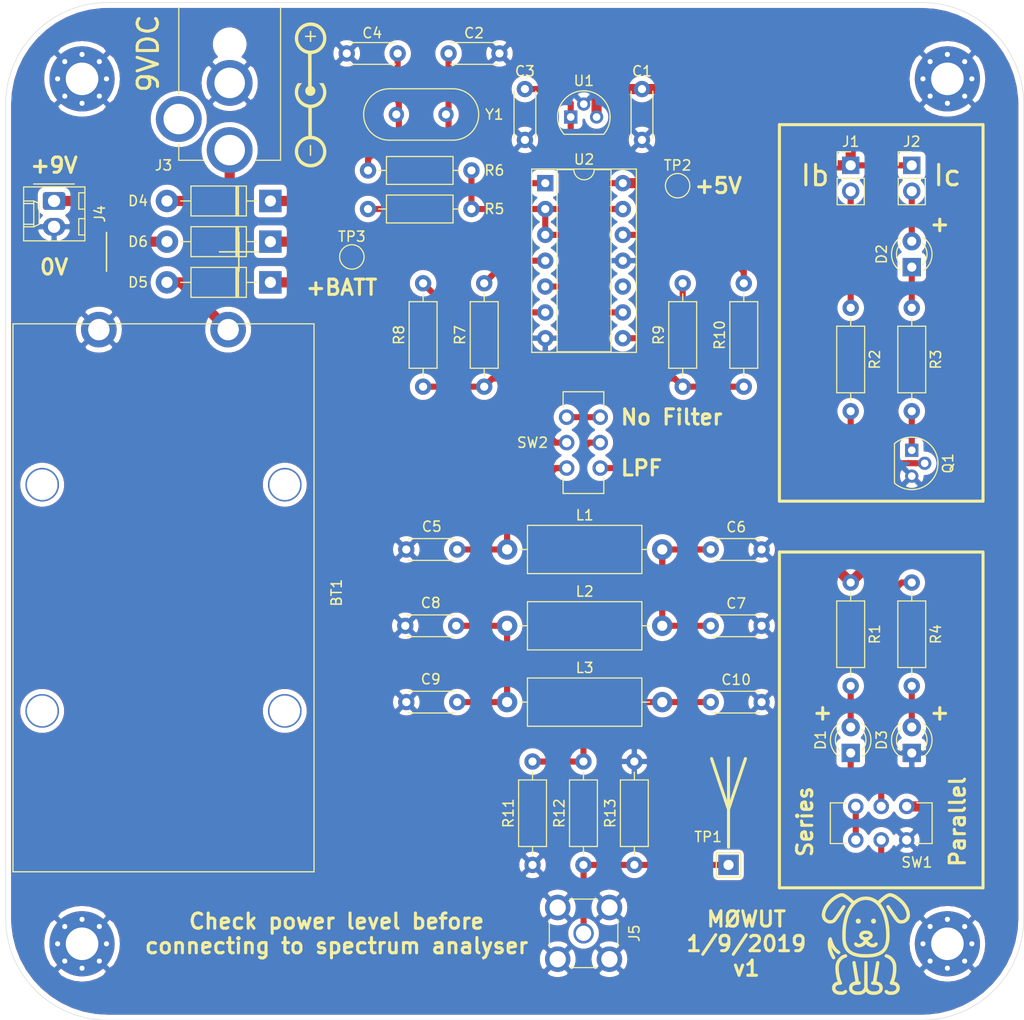
<source format=kicad_pcb>
(kicad_pcb (version 20171130) (host pcbnew "(5.1.0)-1")
  (layers (0 F.Cu signal) (31 B.Cu signal) (34 B.Paste user) (35 F.Paste user) (36 B.SilkS user) (37 F.SilkS user) (38 B.Mask user) (39 F.Mask user) (44 Edge.Cuts user))
  (net 0 "")
  (net 1 GND)
  (net 2 +BATT)
  (net 3 "Net-(C2-Pad1)")
  (net 4 +5V)
  (net 5 "Net-(C4-Pad1)")
  (net 6 "Net-(C5-Pad1)")
  (net 7 "Net-(C6-Pad1)")
  (net 8 "Net-(C8-Pad1)")
  (net 9 "Net-(C10-Pad1)")
  (net 10 "Net-(D1-Pad2)")
  (net 11 "Net-(D1-Pad1)")
  (net 12 "Net-(D2-Pad2)")
  (net 13 "Net-(D2-Pad1)")
  (net 14 "Net-(D3-Pad2)")
  (net 15 "Net-(J1-Pad2)")
  (net 16 "Net-(J5-Pad1)")
  (net 17 "Net-(Q1-Pad1)")
  (net 18 "Net-(Q1-Pad2)")
  (net 19 "Net-(R4-Pad1)")
  (net 20 "Net-(R5-Pad1)")
  (net 21 "Net-(R7-Pad2)")
  (net 22 "Net-(R10-Pad1)")
  (net 23 "Net-(R8-Pad2)")
  (net 24 "Net-(R9-Pad2)")
  (net 25 "Net-(R10-Pad2)")
  (net 26 "Net-(SW1-Pad1)")
  (net 27 "Net-(SW2-Pad1)")
  (net 28 "Net-(U2-Pad10)")
  (net 29 "Net-(R11-Pad2)")
  (net 30 "Net-(BT1-Pad1)")
  (net 31 "Net-(D4-Pad2)")
  (net 32 "Net-(D6-Pad2)")
  (module Resistor_THT:R_Axial_DIN0207_L6.3mm_D2.5mm_P10.16mm_Horizontal (layer F.Cu) (at 169 102 270)
    (fp_text reference R4 (at 5.08 -2.37 270) (layer F.SilkS))
    (fp_text value 680R)
    (pad 2 thru_hole oval (at 10.16 0 270) (size 1.6 1.6) (drill 0.8) (layers *.Cu *.Mask) (net 14 "Net-(D3-Pad2)"))
    (pad 1 thru_hole circle (at 0 0 270) (size 1.6 1.6) (drill 0.8) (layers *.Cu *.Mask) (net 19 "Net-(R4-Pad1)"))
  )
  (module LED_THT:LED_D3.0mm (layer F.Cu) (at 169 118.75 90)
    (fp_text reference D3 (at 1.27 -2.96 90) (layer F.SilkS))
    (fp_text value HLMP-1521)
    (pad 2 thru_hole circle (at 2.54 0 90) (size 1.8 1.8) (drill 0.9) (layers *.Cu *.Mask) (net 14 "Net-(D3-Pad2)"))
    (pad 1 thru_hole rect (at 0 0 90) (size 1.8 1.8) (drill 0.9) (layers *.Cu *.Mask) (net 1 GND))
  )
  (module LED_THT:LED_D3.0mm (layer F.Cu) (at 163 118.75 90)
    (fp_text reference D1 (at 1.27 -2.96 90) (layer F.SilkS))
    (fp_text value HLMP-1521)
    (pad 2 thru_hole circle (at 2.54 0 90) (size 1.8 1.8) (drill 0.9) (layers *.Cu *.Mask) (net 10 "Net-(D1-Pad2)"))
    (pad 1 thru_hole rect (at 0 0 90) (size 1.8 1.8) (drill 0.9) (layers *.Cu *.Mask) (net 11 "Net-(D1-Pad1)"))
  )
  (module Package_TO_SOT_THT:TO-92L (layer F.Cu) (at 135.5 56.25)
    (fp_text reference U1 (at 1.29 -3.56) (layer F.SilkS))
    (fp_text value L78L05_TO92)
    (pad 1 thru_hole rect (at 0 0 90) (size 1.3 1.3) (drill 0.75) (layers *.Cu *.Mask) (net 4 +5V))
    (pad 3 thru_hole circle (at 2.54 0 90) (size 1.3 1.3) (drill 0.75) (layers *.Cu *.Mask) (net 2 +BATT))
    (pad 2 thru_hole circle (at 1.28 -1.27 90) (size 1.3 1.3) (drill 0.75) (layers *.Cu *.Mask) (net 1 GND))
  )
  (module Package_TO_SOT_THT:TO-92L (layer F.Cu) (at 169 89 270)
    (fp_text reference Q1 (at 1.29 -3.56 270) (layer F.SilkS))
    (fp_text value BC547CBU)
    (pad 1 thru_hole rect (at 0 0) (size 1.3 1.3) (drill 0.75) (layers *.Cu *.Mask) (net 17 "Net-(Q1-Pad1)"))
    (pad 3 thru_hole circle (at 2.54 0) (size 1.3 1.3) (drill 0.75) (layers *.Cu *.Mask) (net 1 GND))
    (pad 2 thru_hole circle (at 1.28 -1.27) (size 1.3 1.3) (drill 0.75) (layers *.Cu *.Mask) (net 18 "Net-(Q1-Pad2)"))
  )
  (module TestPoint:TestPoint_Pad_D2.0mm (layer F.Cu) (at 114 70)
    (fp_text reference TP3 (at 0 -1.998) (layer F.SilkS))
    (fp_text value TestPoint)
    (pad 1 smd circle (at 0 0) (size 2 2) (layers F.Cu F.Mask) (net 2 +BATT))
  )
  (module TestPoint:TestPoint_Pad_D2.0mm (layer F.Cu) (at 146 63)
    (fp_text reference TP2 (at 0 -1.998) (layer F.SilkS))
    (fp_text value TestPoint)
    (pad 1 smd circle (at 0 0) (size 2 2) (layers F.Cu F.Mask) (net 4 +5V))
  )
  (module Misc_WUT:Barrel_Polarity (layer F.Cu) (at 110 54 90)
    (fp_text reference M1 hide)
    (fp_text value Barrel_Polarity)
  )
  (module Diode_THT:D_DO-41_SOD81_P10.16mm_Horizontal (layer F.Cu) (at 106 68.5 180)
    (fp_text reference D6 (at 13 0 180) (layer F.SilkS))
    (fp_text value 1N5818)
    (pad 2 thru_hole oval (at 10.16 0 180) (size 2.2 2.2) (drill 1.1) (layers *.Cu *.Mask) (net 32 "Net-(D6-Pad2)"))
    (pad 1 thru_hole rect (at 0 0 180) (size 2.2 2.2) (drill 1.1) (layers *.Cu *.Mask) (net 2 +BATT))
  )
  (module Diode_THT:D_DO-41_SOD81_P10.16mm_Horizontal (layer F.Cu) (at 106 72.5 180)
    (fp_text reference D5 (at 13 0 180) (layer F.SilkS))
    (fp_text value 1N5818)
    (pad 2 thru_hole oval (at 10.16 0 180) (size 2.2 2.2) (drill 1.1) (layers *.Cu *.Mask) (net 30 "Net-(BT1-Pad1)"))
    (pad 1 thru_hole rect (at 0 0 180) (size 2.2 2.2) (drill 1.1) (layers *.Cu *.Mask) (net 2 +BATT))
  )
  (module Diode_THT:D_DO-41_SOD81_P10.16mm_Horizontal (layer F.Cu) (at 106 64.5 180)
    (fp_text reference D4 (at 13 0 180) (layer F.SilkS))
    (fp_text value 1N5818)
    (pad 2 thru_hole oval (at 10.16 0 180) (size 2.2 2.2) (drill 1.1) (layers *.Cu *.Mask) (net 31 "Net-(D4-Pad2)"))
    (pad 1 thru_hole rect (at 0 0 180) (size 2.2 2.2) (drill 1.1) (layers *.Cu *.Mask) (net 2 +BATT))
  )
  (module Capacitor_THT:C_Disc_D4.3mm_W1.9mm_P5.00mm (layer F.Cu) (at 149.25 113.75)
    (fp_text reference C10 (at 2.5 -2.2) (layer F.SilkS))
    (fp_text value 680p)
    (pad 2 thru_hole circle (at 5 0) (size 1.6 1.6) (drill 0.8) (layers *.Cu *.Mask) (net 1 GND))
    (pad 1 thru_hole circle (at 0 0) (size 1.6 1.6) (drill 0.8) (layers *.Cu *.Mask) (net 9 "Net-(C10-Pad1)"))
  )
  (module Capacitor_THT:C_Disc_D4.3mm_W1.9mm_P5.00mm (layer F.Cu) (at 124.35 113.75 180)
    (fp_text reference C9 (at 2.6 2.25 180) (layer F.SilkS))
    (fp_text value 1n)
    (pad 2 thru_hole circle (at 5 0 180) (size 1.6 1.6) (drill 0.8) (layers *.Cu *.Mask) (net 1 GND))
    (pad 1 thru_hole circle (at 0 0 180) (size 1.6 1.6) (drill 0.8) (layers *.Cu *.Mask) (net 8 "Net-(C8-Pad1)"))
  )
  (module Capacitor_THT:C_Disc_D4.3mm_W1.9mm_P5.00mm (layer F.Cu) (at 124.25 106.25 180)
    (fp_text reference C8 (at 2.5 2.25 180) (layer F.SilkS))
    (fp_text value 330p)
    (pad 2 thru_hole circle (at 5 0 180) (size 1.6 1.6) (drill 0.8) (layers *.Cu *.Mask) (net 1 GND))
    (pad 1 thru_hole circle (at 0 0 180) (size 1.6 1.6) (drill 0.8) (layers *.Cu *.Mask) (net 8 "Net-(C8-Pad1)"))
  )
  (module Capacitor_THT:C_Disc_D4.3mm_W1.9mm_P5.00mm (layer F.Cu) (at 149.25 106.25)
    (fp_text reference C7 (at 2.5 -2.2) (layer F.SilkS))
    (fp_text value 1n)
    (pad 2 thru_hole circle (at 5 0) (size 1.6 1.6) (drill 0.8) (layers *.Cu *.Mask) (net 1 GND))
    (pad 1 thru_hole circle (at 0 0) (size 1.6 1.6) (drill 0.8) (layers *.Cu *.Mask) (net 7 "Net-(C6-Pad1)"))
  )
  (module Capacitor_THT:C_Disc_D4.3mm_W1.9mm_P5.00mm (layer F.Cu) (at 149.25 98.75)
    (fp_text reference C6 (at 2.5 -2.2) (layer F.SilkS))
    (fp_text value 330p)
    (pad 2 thru_hole circle (at 5 0) (size 1.6 1.6) (drill 0.8) (layers *.Cu *.Mask) (net 1 GND))
    (pad 1 thru_hole circle (at 0 0) (size 1.6 1.6) (drill 0.8) (layers *.Cu *.Mask) (net 7 "Net-(C6-Pad1)"))
  )
  (module Capacitor_THT:C_Disc_D4.3mm_W1.9mm_P5.00mm (layer F.Cu) (at 124.35 98.75 180)
    (fp_text reference C5 (at 2.5 2.25 180) (layer F.SilkS))
    (fp_text value 680p)
    (pad 2 thru_hole circle (at 5 0 180) (size 1.6 1.6) (drill 0.8) (layers *.Cu *.Mask) (net 1 GND))
    (pad 1 thru_hole circle (at 0 0 180) (size 1.6 1.6) (drill 0.8) (layers *.Cu *.Mask) (net 6 "Net-(C5-Pad1)"))
  )
  (module Capacitor_THT:C_Disc_D4.3mm_W1.9mm_P5.00mm (layer F.Cu) (at 118.5 50 180)
    (fp_text reference C4 (at 2.5 2 180) (layer F.SilkS))
    (fp_text value 10p)
    (pad 2 thru_hole circle (at 5 0 180) (size 1.6 1.6) (drill 0.8) (layers *.Cu *.Mask) (net 1 GND))
    (pad 1 thru_hole circle (at 0 0 180) (size 1.6 1.6) (drill 0.8) (layers *.Cu *.Mask) (net 5 "Net-(C4-Pad1)"))
  )
  (module Capacitor_THT:C_Disc_D4.3mm_W1.9mm_P5.00mm (layer F.Cu) (at 131 53.5 270)
    (fp_text reference C3 (at -1.75 0) (layer F.SilkS))
    (fp_text value 1uF)
    (pad 2 thru_hole circle (at 5 0 270) (size 1.6 1.6) (drill 0.8) (layers *.Cu *.Mask) (net 1 GND))
    (pad 1 thru_hole circle (at 0 0 270) (size 1.6 1.6) (drill 0.8) (layers *.Cu *.Mask) (net 4 +5V))
  )
  (module Capacitor_THT:C_Disc_D4.3mm_W1.9mm_P5.00mm (layer F.Cu) (at 123.5 50)
    (fp_text reference C2 (at 2.5 -2) (layer F.SilkS))
    (fp_text value 10p)
    (pad 2 thru_hole circle (at 5 0) (size 1.6 1.6) (drill 0.8) (layers *.Cu *.Mask) (net 1 GND))
    (pad 1 thru_hole circle (at 0 0) (size 1.6 1.6) (drill 0.8) (layers *.Cu *.Mask) (net 3 "Net-(C2-Pad1)"))
  )
  (module Capacitor_THT:C_Disc_D4.3mm_W1.9mm_P5.00mm (layer F.Cu) (at 142.5 53.5 270)
    (fp_text reference C1 (at -1.75 0) (layer F.SilkS))
    (fp_text value 1uF)
    (pad 2 thru_hole circle (at 5 0 270) (size 1.6 1.6) (drill 0.8) (layers *.Cu *.Mask) (net 1 GND))
    (pad 1 thru_hole circle (at 0 0 270) (size 1.6 1.6) (drill 0.8) (layers *.Cu *.Mask) (net 2 +BATT))
  )
  (module Switch_WUT:C+K_Slide_DPDT_JS202011CQN_TH (layer F.Cu) (at 136.75 88.25 270)
    (fp_text reference SW2 (at 0 5) (layer F.SilkS))
    (fp_text value SW_DPDT_x2 hide)
    (pad 6 thru_hole circle (at 2.5 -1.65 270) (size 1.524 1.524) (drill 0.9) (layers *.Cu *.Mask) (net 9 "Net-(C10-Pad1)"))
    (pad 5 thru_hole circle (at 0 -1.65 270) (size 1.524 1.524) (drill 0.9) (layers *.Cu *.Mask) (net 29 "Net-(R11-Pad2)"))
    (pad 4 thru_hole circle (at -2.5 -1.65 270) (size 1.524 1.524) (drill 0.9) (layers *.Cu *.Mask) (net 27 "Net-(SW2-Pad1)"))
    (pad 3 thru_hole circle (at 2.5 1.65 270) (size 1.524 1.524) (drill 0.9) (layers *.Cu *.Mask) (net 6 "Net-(C5-Pad1)"))
    (pad 2 thru_hole circle (at 0 1.65 270) (size 1.524 1.524) (drill 0.9) (layers *.Cu *.Mask) (net 22 "Net-(R10-Pad1)"))
    (pad 1 thru_hole circle (at -2.5 1.65 270) (size 1.524 1.524) (drill 0.9) (layers *.Cu *.Mask) (net 27 "Net-(SW2-Pad1)"))
  )
  (module Inductor_THT:L_Axial_L11.0mm_D4.5mm_P15.24mm_Horizontal_Fastron_MECC (layer F.Cu) (at 129.25 113.75)
    (fp_text reference L3 (at 7.62 -3.37) (layer F.SilkS))
    (fp_text value 3u3)
    (pad 2 thru_hole oval (at 15.24 0) (size 2 2) (drill 1) (layers *.Cu *.Mask) (net 9 "Net-(C10-Pad1)"))
    (pad 1 thru_hole circle (at 0 0) (size 2 2) (drill 1) (layers *.Cu *.Mask) (net 8 "Net-(C8-Pad1)"))
  )
  (module Misc_WUT:Logo_10mmx10mm (layer F.Cu) (at 164.5 137.5)
    (fp_text reference M2 hide)
    (fp_text value Logo_10mmx10mm hide)
  )
  (module Resistor_THT:R_Axial_DIN0207_L6.3mm_D2.5mm_P10.16mm_Horizontal (layer F.Cu) (at 163 75 270)
    (fp_text reference R2 (at 5.08 -2.37 270) (layer F.SilkS))
    (fp_text value 150k)
    (pad 2 thru_hole oval (at 10.16 0 270) (size 1.6 1.6) (drill 0.8) (layers *.Cu *.Mask) (net 18 "Net-(Q1-Pad2)"))
    (pad 1 thru_hole circle (at 0 0 270) (size 1.6 1.6) (drill 0.8) (layers *.Cu *.Mask) (net 15 "Net-(J1-Pad2)"))
  )
  (module Connector_Molex:Molex_KK-254_AE-6410-02A_1x02_P2.54mm_Vertical (layer F.Cu) (at 84.75 64.5 270)
    (fp_text reference J4 (at 1.27 -4.5 270) (layer F.SilkS))
    (fp_text value Conn_01x02)
    (pad 2 thru_hole oval (at 2.54 0 270) (size 1.74 2.2) (drill 1.2) (layers *.Cu *.Mask) (net 1 GND))
    (pad 1 thru_hole roundrect (at 0 0 270) (size 1.74 2.2) (drill 1.2) (layers *.Cu *.Mask) (roundrect_rratio 0.143678) (net 32 "Net-(D6-Pad2)"))
  )
  (module MountingHole:MountingHole_3.2mm_M3_Pad_Via (layer F.Cu) (at 172.5 137.5)
    (fp_text reference H4 hide)
    (fp_text value Pad)
    (pad 1 thru_hole circle (at 1.697056 -1.697056) (size 0.8 0.8) (drill 0.5) (layers *.Cu *.Mask) (net 1 GND))
    (pad 1 thru_hole circle (at 0 -2.4) (size 0.8 0.8) (drill 0.5) (layers *.Cu *.Mask) (net 1 GND))
    (pad 1 thru_hole circle (at -1.697056 -1.697056) (size 0.8 0.8) (drill 0.5) (layers *.Cu *.Mask) (net 1 GND))
    (pad 1 thru_hole circle (at -2.4 0) (size 0.8 0.8) (drill 0.5) (layers *.Cu *.Mask) (net 1 GND))
    (pad 1 thru_hole circle (at -1.697056 1.697056) (size 0.8 0.8) (drill 0.5) (layers *.Cu *.Mask) (net 1 GND))
    (pad 1 thru_hole circle (at 0 2.4) (size 0.8 0.8) (drill 0.5) (layers *.Cu *.Mask) (net 1 GND))
    (pad 1 thru_hole circle (at 1.697056 1.697056) (size 0.8 0.8) (drill 0.5) (layers *.Cu *.Mask) (net 1 GND))
    (pad 1 thru_hole circle (at 2.4 0) (size 0.8 0.8) (drill 0.5) (layers *.Cu *.Mask) (net 1 GND))
    (pad 1 thru_hole circle (at 0 0) (size 6.4 6.4) (drill 3.2) (layers *.Cu *.Mask) (net 1 GND))
  )
  (module MountingHole:MountingHole_3.2mm_M3_Pad_Via (layer F.Cu) (at 87.5 137.5)
    (fp_text reference H3 hide)
    (fp_text value Pad)
    (pad 1 thru_hole circle (at 1.697056 -1.697056) (size 0.8 0.8) (drill 0.5) (layers *.Cu *.Mask) (net 1 GND))
    (pad 1 thru_hole circle (at 0 -2.4) (size 0.8 0.8) (drill 0.5) (layers *.Cu *.Mask) (net 1 GND))
    (pad 1 thru_hole circle (at -1.697056 -1.697056) (size 0.8 0.8) (drill 0.5) (layers *.Cu *.Mask) (net 1 GND))
    (pad 1 thru_hole circle (at -2.4 0) (size 0.8 0.8) (drill 0.5) (layers *.Cu *.Mask) (net 1 GND))
    (pad 1 thru_hole circle (at -1.697056 1.697056) (size 0.8 0.8) (drill 0.5) (layers *.Cu *.Mask) (net 1 GND))
    (pad 1 thru_hole circle (at 0 2.4) (size 0.8 0.8) (drill 0.5) (layers *.Cu *.Mask) (net 1 GND))
    (pad 1 thru_hole circle (at 1.697056 1.697056) (size 0.8 0.8) (drill 0.5) (layers *.Cu *.Mask) (net 1 GND))
    (pad 1 thru_hole circle (at 2.4 0) (size 0.8 0.8) (drill 0.5) (layers *.Cu *.Mask) (net 1 GND))
    (pad 1 thru_hole circle (at 0 0) (size 6.4 6.4) (drill 3.2) (layers *.Cu *.Mask) (net 1 GND))
  )
  (module MountingHole:MountingHole_3.2mm_M3_Pad_Via (layer F.Cu) (at 172.5 52.5)
    (fp_text reference H2 hide)
    (fp_text value Pad)
    (pad 1 thru_hole circle (at 1.697056 -1.697056) (size 0.8 0.8) (drill 0.5) (layers *.Cu *.Mask) (net 1 GND))
    (pad 1 thru_hole circle (at 0 -2.4) (size 0.8 0.8) (drill 0.5) (layers *.Cu *.Mask) (net 1 GND))
    (pad 1 thru_hole circle (at -1.697056 -1.697056) (size 0.8 0.8) (drill 0.5) (layers *.Cu *.Mask) (net 1 GND))
    (pad 1 thru_hole circle (at -2.4 0) (size 0.8 0.8) (drill 0.5) (layers *.Cu *.Mask) (net 1 GND))
    (pad 1 thru_hole circle (at -1.697056 1.697056) (size 0.8 0.8) (drill 0.5) (layers *.Cu *.Mask) (net 1 GND))
    (pad 1 thru_hole circle (at 0 2.4) (size 0.8 0.8) (drill 0.5) (layers *.Cu *.Mask) (net 1 GND))
    (pad 1 thru_hole circle (at 1.697056 1.697056) (size 0.8 0.8) (drill 0.5) (layers *.Cu *.Mask) (net 1 GND))
    (pad 1 thru_hole circle (at 2.4 0) (size 0.8 0.8) (drill 0.5) (layers *.Cu *.Mask) (net 1 GND))
    (pad 1 thru_hole circle (at 0 0) (size 6.4 6.4) (drill 3.2) (layers *.Cu *.Mask) (net 1 GND))
  )
  (module MountingHole:MountingHole_3.2mm_M3_Pad_Via (layer F.Cu) (at 87.5 52.5)
    (fp_text reference H1 hide)
    (fp_text value Pad)
    (pad 1 thru_hole circle (at 1.697056 -1.697056) (size 0.8 0.8) (drill 0.5) (layers *.Cu *.Mask) (net 1 GND))
    (pad 1 thru_hole circle (at 0 -2.4) (size 0.8 0.8) (drill 0.5) (layers *.Cu *.Mask) (net 1 GND))
    (pad 1 thru_hole circle (at -1.697056 -1.697056) (size 0.8 0.8) (drill 0.5) (layers *.Cu *.Mask) (net 1 GND))
    (pad 1 thru_hole circle (at -2.4 0) (size 0.8 0.8) (drill 0.5) (layers *.Cu *.Mask) (net 1 GND))
    (pad 1 thru_hole circle (at -1.697056 1.697056) (size 0.8 0.8) (drill 0.5) (layers *.Cu *.Mask) (net 1 GND))
    (pad 1 thru_hole circle (at 0 2.4) (size 0.8 0.8) (drill 0.5) (layers *.Cu *.Mask) (net 1 GND))
    (pad 1 thru_hole circle (at 1.697056 1.697056) (size 0.8 0.8) (drill 0.5) (layers *.Cu *.Mask) (net 1 GND))
    (pad 1 thru_hole circle (at 2.4 0) (size 0.8 0.8) (drill 0.5) (layers *.Cu *.Mask) (net 1 GND))
    (pad 1 thru_hole circle (at 0 0) (size 6.4 6.4) (drill 3.2) (layers *.Cu *.Mask) (net 1 GND))
  )
  (module Crystal:Crystal_HC49-U_Vertical (layer F.Cu) (at 123.25 56 180)
    (fp_text reference Y1 (at -4.75 0 180) (layer F.SilkS))
    (fp_text value 3.58MHz)
    (pad 2 thru_hole circle (at 4.88 0 180) (size 1.5 1.5) (drill 0.8) (layers *.Cu *.Mask) (net 5 "Net-(C4-Pad1)"))
    (pad 1 thru_hole circle (at 0 0 180) (size 1.5 1.5) (drill 0.8) (layers *.Cu *.Mask) (net 3 "Net-(C2-Pad1)"))
  )
  (module Package_DIP:DIP-14_W7.62mm_Socket (layer F.Cu) (at 133 62.75)
    (fp_text reference U2 (at 3.81 -2.33) (layer F.SilkS))
    (fp_text value 74HC04)
    (pad 14 thru_hole oval (at 7.62 0) (size 1.6 1.6) (drill 0.8) (layers *.Cu *.Mask) (net 4 +5V))
    (pad 7 thru_hole oval (at 0 15.24) (size 1.6 1.6) (drill 0.8) (layers *.Cu *.Mask) (net 1 GND))
    (pad 13 thru_hole oval (at 7.62 2.54) (size 1.6 1.6) (drill 0.8) (layers *.Cu *.Mask) (net 20 "Net-(R5-Pad1)"))
    (pad 6 thru_hole oval (at 0 12.7) (size 1.6 1.6) (drill 0.8) (layers *.Cu *.Mask) (net 23 "Net-(R8-Pad2)"))
    (pad 12 thru_hole oval (at 7.62 5.08) (size 1.6 1.6) (drill 0.8) (layers *.Cu *.Mask) (net 25 "Net-(R10-Pad2)"))
    (pad 5 thru_hole oval (at 0 10.16) (size 1.6 1.6) (drill 0.8) (layers *.Cu *.Mask) (net 20 "Net-(R5-Pad1)"))
    (pad 11 thru_hole oval (at 7.62 7.62) (size 1.6 1.6) (drill 0.8) (layers *.Cu *.Mask) (net 1 GND))
    (pad 4 thru_hole oval (at 0 7.62) (size 1.6 1.6) (drill 0.8) (layers *.Cu *.Mask) (net 21 "Net-(R7-Pad2)"))
    (pad 10 thru_hole oval (at 7.62 10.16) (size 1.6 1.6) (drill 0.8) (layers *.Cu *.Mask) (net 28 "Net-(U2-Pad10)"))
    (pad 3 thru_hole oval (at 0 5.08) (size 1.6 1.6) (drill 0.8) (layers *.Cu *.Mask) (net 20 "Net-(R5-Pad1)"))
    (pad 9 thru_hole oval (at 7.62 12.7) (size 1.6 1.6) (drill 0.8) (layers *.Cu *.Mask) (net 20 "Net-(R5-Pad1)"))
    (pad 2 thru_hole oval (at 0 2.54) (size 1.6 1.6) (drill 0.8) (layers *.Cu *.Mask) (net 20 "Net-(R5-Pad1)"))
    (pad 8 thru_hole oval (at 7.62 15.24) (size 1.6 1.6) (drill 0.8) (layers *.Cu *.Mask) (net 24 "Net-(R9-Pad2)"))
    (pad 1 thru_hole rect (at 0 0) (size 1.6 1.6) (drill 0.8) (layers *.Cu *.Mask) (net 3 "Net-(C2-Pad1)"))
  )
  (module TestPoint:TestPoint_THTPad_2.0x2.0mm_Drill1.0mm (layer F.Cu) (at 151 129.75 270)
    (fp_text reference TP1 (at -2.75 2) (layer F.SilkS))
    (fp_text value TestPoint)
    (pad 1 thru_hole rect (at 0 0 270) (size 2 2) (drill 1) (layers *.Cu *.Mask) (net 16 "Net-(J5-Pad1)"))
  )
  (module Switch_WUT:C+K_Slide_DPDT_JS202011CQN_TH (layer F.Cu) (at 166 125.65)
    (fp_text reference SW1 (at 3.5 3.85) (layer F.SilkS))
    (fp_text value SW_DPDT_x2 hide)
    (pad 6 thru_hole circle (at 2.5 -1.65) (size 1.524 1.524) (drill 0.9) (layers *.Cu *.Mask) (net 2 +BATT))
    (pad 5 thru_hole circle (at 0 -1.65) (size 1.524 1.524) (drill 0.9) (layers *.Cu *.Mask) (net 19 "Net-(R4-Pad1)"))
    (pad 4 thru_hole circle (at -2.5 -1.65) (size 1.524 1.524) (drill 0.9) (layers *.Cu *.Mask) (net 26 "Net-(SW1-Pad1)"))
    (pad 3 thru_hole circle (at 2.5 1.65) (size 1.524 1.524) (drill 0.9) (layers *.Cu *.Mask) (net 1 GND))
    (pad 2 thru_hole circle (at 0 1.65) (size 1.524 1.524) (drill 0.9) (layers *.Cu *.Mask) (net 11 "Net-(D1-Pad1)"))
    (pad 1 thru_hole circle (at -2.5 1.65) (size 1.524 1.524) (drill 0.9) (layers *.Cu *.Mask) (net 26 "Net-(SW1-Pad1)"))
  )
  (module Resistor_THT:R_Axial_DIN0207_L6.3mm_D2.5mm_P10.16mm_Horizontal (layer F.Cu) (at 141.75 129.75 90)
    (fp_text reference R13 (at 5.08 -2.37 90) (layer F.SilkS))
    (fp_text value 51R)
    (pad 2 thru_hole oval (at 10.16 0 90) (size 1.6 1.6) (drill 0.8) (layers *.Cu *.Mask) (net 1 GND))
    (pad 1 thru_hole circle (at 0 0 90) (size 1.6 1.6) (drill 0.8) (layers *.Cu *.Mask) (net 16 "Net-(J5-Pad1)"))
  )
  (module Resistor_THT:R_Axial_DIN0207_L6.3mm_D2.5mm_P10.16mm_Horizontal (layer F.Cu) (at 136.75 129.75 90)
    (fp_text reference R12 (at 5.08 -2.37 90) (layer F.SilkS))
    (fp_text value 680R)
    (pad 2 thru_hole oval (at 10.16 0 90) (size 1.6 1.6) (drill 0.8) (layers *.Cu *.Mask) (net 29 "Net-(R11-Pad2)"))
    (pad 1 thru_hole circle (at 0 0 90) (size 1.6 1.6) (drill 0.8) (layers *.Cu *.Mask) (net 16 "Net-(J5-Pad1)"))
  )
  (module Resistor_THT:R_Axial_DIN0207_L6.3mm_D2.5mm_P10.16mm_Horizontal (layer F.Cu) (at 131.75 129.75 90)
    (fp_text reference R11 (at 5.08 -2.37 90) (layer F.SilkS))
    (fp_text value 51R)
    (pad 2 thru_hole oval (at 10.16 0 90) (size 1.6 1.6) (drill 0.8) (layers *.Cu *.Mask) (net 29 "Net-(R11-Pad2)"))
    (pad 1 thru_hole circle (at 0 0 90) (size 1.6 1.6) (drill 0.8) (layers *.Cu *.Mask) (net 1 GND))
  )
  (module Resistor_THT:R_Axial_DIN0207_L6.3mm_D2.5mm_P10.16mm_Horizontal (layer F.Cu) (at 152.5 82.75 90)
    (fp_text reference R10 (at 5.08 -2.37 90) (layer F.SilkS))
    (fp_text value 200R)
    (pad 2 thru_hole oval (at 10.16 0 90) (size 1.6 1.6) (drill 0.8) (layers *.Cu *.Mask) (net 25 "Net-(R10-Pad2)"))
    (pad 1 thru_hole circle (at 0 0 90) (size 1.6 1.6) (drill 0.8) (layers *.Cu *.Mask) (net 22 "Net-(R10-Pad1)"))
  )
  (module Resistor_THT:R_Axial_DIN0207_L6.3mm_D2.5mm_P10.16mm_Horizontal (layer F.Cu) (at 146.5 82.75 90)
    (fp_text reference R9 (at 5.08 -2.37 90) (layer F.SilkS))
    (fp_text value 200R)
    (pad 2 thru_hole oval (at 10.16 0 90) (size 1.6 1.6) (drill 0.8) (layers *.Cu *.Mask) (net 24 "Net-(R9-Pad2)"))
    (pad 1 thru_hole circle (at 0 0 90) (size 1.6 1.6) (drill 0.8) (layers *.Cu *.Mask) (net 22 "Net-(R10-Pad1)"))
  )
  (module Resistor_THT:R_Axial_DIN0207_L6.3mm_D2.5mm_P10.16mm_Horizontal (layer F.Cu) (at 121 82.75 90)
    (fp_text reference R8 (at 5.08 -2.37 90) (layer F.SilkS))
    (fp_text value 200R)
    (pad 2 thru_hole oval (at 10.16 0 90) (size 1.6 1.6) (drill 0.8) (layers *.Cu *.Mask) (net 23 "Net-(R8-Pad2)"))
    (pad 1 thru_hole circle (at 0 0 90) (size 1.6 1.6) (drill 0.8) (layers *.Cu *.Mask) (net 22 "Net-(R10-Pad1)"))
  )
  (module Resistor_THT:R_Axial_DIN0207_L6.3mm_D2.5mm_P10.16mm_Horizontal (layer F.Cu) (at 127 82.75 90)
    (fp_text reference R7 (at 5.08 -2.37 90) (layer F.SilkS))
    (fp_text value 200R)
    (pad 2 thru_hole oval (at 10.16 0 90) (size 1.6 1.6) (drill 0.8) (layers *.Cu *.Mask) (net 21 "Net-(R7-Pad2)"))
    (pad 1 thru_hole circle (at 0 0 90) (size 1.6 1.6) (drill 0.8) (layers *.Cu *.Mask) (net 22 "Net-(R10-Pad1)"))
  )
  (module Resistor_THT:R_Axial_DIN0207_L6.3mm_D2.5mm_P10.16mm_Horizontal (layer F.Cu) (at 125.75 61.5 180)
    (fp_text reference R6 (at -2.25 0 180) (layer F.SilkS))
    (fp_text value 3k9)
    (pad 2 thru_hole oval (at 10.16 0 180) (size 1.6 1.6) (drill 0.8) (layers *.Cu *.Mask) (net 5 "Net-(C4-Pad1)"))
    (pad 1 thru_hole circle (at 0 0 180) (size 1.6 1.6) (drill 0.8) (layers *.Cu *.Mask) (net 20 "Net-(R5-Pad1)"))
  )
  (module Resistor_THT:R_Axial_DIN0207_L6.3mm_D2.5mm_P10.16mm_Horizontal (layer F.Cu) (at 125.75 65.29 180)
    (fp_text reference R5 (at -2.25 0 180) (layer F.SilkS))
    (fp_text value 1M)
    (pad 2 thru_hole oval (at 10.16 0 180) (size 1.6 1.6) (drill 0.8) (layers *.Cu *.Mask) (net 3 "Net-(C2-Pad1)"))
    (pad 1 thru_hole circle (at 0 0 180) (size 1.6 1.6) (drill 0.8) (layers *.Cu *.Mask) (net 20 "Net-(R5-Pad1)"))
  )
  (module Resistor_THT:R_Axial_DIN0207_L6.3mm_D2.5mm_P10.16mm_Horizontal (layer F.Cu) (at 169 75 270)
    (fp_text reference R3 (at 5.08 -2.37 270) (layer F.SilkS))
    (fp_text value 330)
    (pad 2 thru_hole oval (at 10.16 0 270) (size 1.6 1.6) (drill 0.8) (layers *.Cu *.Mask) (net 17 "Net-(Q1-Pad1)"))
    (pad 1 thru_hole circle (at 0 0 270) (size 1.6 1.6) (drill 0.8) (layers *.Cu *.Mask) (net 13 "Net-(D2-Pad1)"))
  )
  (module Resistor_THT:R_Axial_DIN0207_L6.3mm_D2.5mm_P10.16mm_Horizontal (layer F.Cu) (at 163 102 270)
    (fp_text reference R1 (at 5.08 -2.37 270) (layer F.SilkS))
    (fp_text value 680R)
    (pad 2 thru_hole oval (at 10.16 0 270) (size 1.6 1.6) (drill 0.8) (layers *.Cu *.Mask) (net 10 "Net-(D1-Pad2)"))
    (pad 1 thru_hole circle (at 0 0 270) (size 1.6 1.6) (drill 0.8) (layers *.Cu *.Mask) (net 2 +BATT))
  )
  (module Inductor_THT:L_Axial_L11.0mm_D4.5mm_P15.24mm_Horizontal_Fastron_MECC (layer F.Cu) (at 129.25 106.25)
    (fp_text reference L2 (at 7.62 -3.37) (layer F.SilkS))
    (fp_text value 3u3)
    (pad 2 thru_hole oval (at 15.24 0) (size 2 2) (drill 1) (layers *.Cu *.Mask) (net 7 "Net-(C6-Pad1)"))
    (pad 1 thru_hole circle (at 0 0) (size 2 2) (drill 1) (layers *.Cu *.Mask) (net 8 "Net-(C8-Pad1)"))
  )
  (module Inductor_THT:L_Axial_L11.0mm_D4.5mm_P15.24mm_Horizontal_Fastron_MECC (layer F.Cu) (at 129.25 98.75)
    (fp_text reference L1 (at 7.62 -3.37) (layer F.SilkS))
    (fp_text value 3u3)
    (pad 2 thru_hole oval (at 15.24 0) (size 2 2) (drill 1) (layers *.Cu *.Mask) (net 7 "Net-(C6-Pad1)"))
    (pad 1 thru_hole circle (at 0 0) (size 2 2) (drill 1) (layers *.Cu *.Mask) (net 6 "Net-(C5-Pad1)"))
  )
  (module Connector_WUT:SMA_TE_5-1814832-1_Vertical (layer F.Cu) (at 136.762001 136.473999 270)
    (fp_text reference J5 (at 0 -4.987999 270) (layer F.SilkS))
    (fp_text value Conn_Coaxial hide)
    (pad 2 thru_hole circle (at 2.54 2.54 270) (size 2.5 2.5) (drill 1.6) (layers *.Cu *.Mask) (net 1 GND))
    (pad 2 thru_hole circle (at -2.54 2.54 270) (size 2.5 2.5) (drill 1.6) (layers *.Cu *.Mask) (net 1 GND))
    (pad 2 thru_hole circle (at -2.54 -2.54 270) (size 2.5 2.5) (drill 1.6) (layers *.Cu *.Mask) (net 1 GND))
    (pad 2 thru_hole circle (at 2.54 -2.54 270) (size 2.5 2.5) (drill 1.6) (layers *.Cu *.Mask) (net 1 GND))
    (pad 1 thru_hole circle (at 0 0 270) (size 2 2) (drill 1.5) (layers *.Cu *.Mask) (net 16 "Net-(J5-Pad1)"))
  )
  (module Connector_WUT:Barrel-Jack_Cliff_FC681478_TH (layer F.Cu) (at 102 45 180)
    (fp_text reference J3 (at 6.5 -16 180) (layer F.SilkS))
    (fp_text value Jack-DC hide)
    (pad 3 thru_hole circle (at 5 -11.45 180) (size 4.5 4.5) (drill 3) (layers *.Cu *.Mask))
    (pad 1 thru_hole circle (at 0 -14.5 180) (size 4.5 4.5) (drill 3) (layers *.Cu *.Mask) (net 31 "Net-(D4-Pad2)"))
    (pad 2 thru_hole circle (at 0 -7.9 180) (size 4.5 4.5) (drill 3) (layers *.Cu *.Mask) (net 1 GND))
    (pad "" np_thru_hole circle (at 0 -4.1 180) (size 2.3 2.3) (drill 2.3) (layers *.Cu *.Mask))
  )
  (module Connector_PinHeader_2.54mm:PinHeader_1x02_P2.54mm_Vertical (layer F.Cu) (at 169 61)
    (fp_text reference J2 (at 0 -2.33) (layer F.SilkS))
    (fp_text value Conn_01x02)
    (pad 2 thru_hole oval (at 0 2.54) (size 1.7 1.7) (drill 1) (layers *.Cu *.Mask) (net 12 "Net-(D2-Pad2)"))
    (pad 1 thru_hole rect (at 0 0) (size 1.7 1.7) (drill 1) (layers *.Cu *.Mask) (net 2 +BATT))
  )
  (module Connector_PinHeader_2.54mm:PinHeader_1x02_P2.54mm_Vertical (layer F.Cu) (at 163 61)
    (fp_text reference J1 (at 0 -2.33) (layer F.SilkS))
    (fp_text value Conn_01x02)
    (pad 2 thru_hole oval (at 0 2.54) (size 1.7 1.7) (drill 1) (layers *.Cu *.Mask) (net 15 "Net-(J1-Pad2)"))
    (pad 1 thru_hole rect (at 0 0) (size 1.7 1.7) (drill 1) (layers *.Cu *.Mask) (net 2 +BATT))
  )
  (module LED_THT:LED_D3.0mm (layer F.Cu) (at 169 71 90)
    (fp_text reference D2 (at 1.27 -2.96 90) (layer F.SilkS))
    (fp_text value HLMP-1521)
    (pad 2 thru_hole circle (at 2.54 0 90) (size 1.8 1.8) (drill 0.9) (layers *.Cu *.Mask) (net 12 "Net-(D2-Pad2)"))
    (pad 1 thru_hole rect (at 0 0 90) (size 1.8 1.8) (drill 0.9) (layers *.Cu *.Mask) (net 13 "Net-(D2-Pad1)"))
  )
  (module Connector_WUT:Battery_PP3_Keystone_1294_TH (layer F.Cu) (at 95.5 103.5 270)
    (fp_text reference BT1 (at -0.5 -17 270) (layer F.SilkS))
    (fp_text value Battery hide)
    (fp_text user - (at -34 6 270) (layer F.SilkS) (effects (font (size 5 5))))
    (fp_text user + (at -34 -7 270) (layer F.SilkS) (effects (font (size 5 5))))
    (pad 2 thru_hole circle (at -26.355 6.35 270) (size 3.5 3.5) (drill 2.1) (layers *.Cu *.Mask) (net 1 GND))
    (pad 1 thru_hole circle (at -26.355 -6.35 270) (size 3.5 3.5) (drill 2.1) (layers *.Cu *.Mask) (net 30 "Net-(BT1-Pad1)"))
    (pad "" np_thru_hole circle (at -11.115 -11.915 270) (size 3.3 3.3) (drill 3) (layers *.Cu *.Mask))
    (pad "" np_thru_hole circle (at 11.115 -11.915 270) (size 3.3 3.3) (drill 3) (layers *.Cu *.Mask))
    (pad "" np_thru_hole circle (at 11.115 11.915 270) (size 3.3 3.3) (drill 3) (layers *.Cu *.Mask))
    (pad "" np_thru_hole circle (at -11.115 11.915 270) (size 3.3 3.3) (drill 3) (layers *.Cu *.Mask))
  )
  (gr_text +5V (at 150 63) (layer F.SilkS) (effects (font (size 1.5 1.5) (thickness 0.3))))
  (gr_text +BATT (at 113 73) (layer F.SilkS) (effects (font (size 1.5 1.5) (thickness 0.3))))
  (gr_line (start 156 57) (end 156 94) (layer F.SilkS) (width 0.3))
  (gr_line (start 176 57) (end 156 57) (layer F.SilkS) (width 0.3))
  (gr_line (start 176 94) (end 176 57) (layer F.SilkS) (width 0.3))
  (gr_line (start 156 94) (end 176 94) (layer F.SilkS) (width 0.3))
  (gr_line (start 156 132) (end 156 99) (layer F.SilkS) (width 0.3))
  (gr_line (start 176 132) (end 156 132) (layer F.SilkS) (width 0.3))
  (gr_line (start 176 131) (end 176 132) (layer F.SilkS) (width 0.3))
  (gr_line (start 176 99) (end 176 131) (layer F.SilkS) (width 0.3))
  (gr_line (start 156 99) (end 176 99) (layer F.SilkS) (width 0.3))
  (gr_text "Check power level before\nconnecting to spectrum analyser" (at 112.5 136.5) (layer F.SilkS) (effects (font (size 1.5 1.5) (thickness 0.3))))
  (gr_text V (at 151 122) (layer F.SilkS) (effects (font (size 5 5) (thickness 0.3))))
  (gr_line (start 151 128) (end 151 119.25) (layer F.SilkS) (width 0.3))
  (gr_text + (at 160.25 114.75) (layer F.SilkS) (effects (font (size 1.5 1.5) (thickness 0.3))))
  (gr_text + (at 171.75 114.75) (layer F.SilkS) (effects (font (size 1.5 1.5) (thickness 0.3))))
  (gr_text 0V (at 84.75 71) (layer F.SilkS) (effects (font (size 1.5 1.5) (thickness 0.3))))
  (gr_text +9V (at 84.75 61) (layer F.SilkS) (effects (font (size 1.5 1.5) (thickness 0.3))))
  (gr_text "No Filter" (at 140.25 85.75) (layer F.SilkS) (effects (font (size 1.5 1.5) (thickness 0.3)) (justify left)))
  (gr_text LPF (at 140.25 90.75) (layer F.SilkS) (effects (font (size 1.5 1.5) (thickness 0.3)) (justify left)))
  (gr_text Ic (at 172.5 62) (layer F.SilkS) (effects (font (size 2 2) (thickness 0.3))))
  (gr_text Ib (at 159.5 62) (layer F.SilkS) (effects (font (size 2 2) (thickness 0.3))))
  (gr_text "MØWUT\n1/9/2019\nv1" (at 152.75 137.5) (layer F.SilkS) (effects (font (size 1.5 1.5) (thickness 0.3))))
  (gr_text Parallel (at 173.5 125.5 90) (layer F.SilkS) (effects (font (size 1.5 1.5) (thickness 0.3))))
  (gr_text Series (at 158.5 125.5 90) (layer F.SilkS) (effects (font (size 1.5 1.5) (thickness 0.3))))
  (gr_text + (at 171.75 66.75) (layer F.SilkS) (effects (font (size 1.5 1.5) (thickness 0.3))))
  (gr_text 9VDC (at 94 50 90) (layer F.SilkS) (effects (font (size 2 2) (thickness 0.3))))
  (gr_line (start 80 55) (end 80 135) (layer Edge.Cuts) (width 0.05))
  (gr_line (start 170 45) (end 90 45) (layer Edge.Cuts) (width 0.05))
  (gr_line (start 180 135) (end 180 55) (layer Edge.Cuts) (width 0.05))
  (gr_line (start 90 145) (end 170 145) (layer Edge.Cuts) (width 0.05))
  (gr_arc (start 170 55) (end 180 55) (angle -90) (layer Edge.Cuts) (width 0.05))
  (gr_arc (start 90 55) (end 90 45) (angle -90) (layer Edge.Cuts) (width 0.05))
  (gr_arc (start 90 135) (end 80 135) (angle -90) (layer Edge.Cuts) (width 0.05))
  (gr_arc (start 170 135) (end 170 145) (angle -90) (layer Edge.Cuts) (width 0.05))
  (segment (start 163 61) (end 169 61) (width 0.6) (layer F.Cu) (net 2))
  (segment (start 142.5 53.5) (end 158.75 53.5) (width 1) (layer F.Cu) (net 2))
  (segment (start 163 57.75) (end 163 61) (width 1) (layer F.Cu) (net 2))
  (segment (start 158.75 53.5) (end 163 57.75) (width 1) (layer F.Cu) (net 2))
  (segment (start 161.15 61) (end 163 61) (width 1) (layer F.Cu) (net 2))
  (segment (start 159 63.15) (end 161.15 61) (width 1) (layer F.Cu) (net 2))
  (segment (start 159 98) (end 159 63.15) (width 1) (layer F.Cu) (net 2))
  (segment (start 163 102) (end 159 98) (width 1) (layer F.Cu) (net 2))
  (segment (start 166 99) (end 163 102) (width 1) (layer F.Cu) (net 2))
  (segment (start 172.75 99) (end 166 99) (width 1) (layer F.Cu) (net 2))
  (segment (start 173.75 100) (end 172.75 99) (width 1) (layer F.Cu) (net 2))
  (segment (start 173.75 122.25) (end 173.75 100) (width 1) (layer F.Cu) (net 2))
  (segment (start 168.5 124) (end 172 124) (width 1) (layer F.Cu) (net 2))
  (segment (start 172 124) (end 173.75 122.25) (width 1) (layer F.Cu) (net 2))
  (segment (start 111 64.5) (end 111.25 64.75) (width 1) (layer F.Cu) (net 2))
  (segment (start 106 64.5) (end 111 64.5) (width 1) (layer F.Cu) (net 2))
  (segment (start 106 72.5) (end 110 72.5) (width 1) (layer F.Cu) (net 2))
  (segment (start 110 72.5) (end 111.25 71.25) (width 1) (layer F.Cu) (net 2))
  (segment (start 111 68.5) (end 111.25 68.75) (width 1) (layer F.Cu) (net 2))
  (segment (start 106 68.5) (end 111 68.5) (width 1) (layer F.Cu) (net 2))
  (segment (start 111.25 68.75) (end 111.25 64.75) (width 1) (layer F.Cu) (net 2))
  (segment (start 142.5 53.5) (end 138.08 53.5) (width 1) (layer F.Cu) (net 2))
  (segment (start 111.5 70) (end 111.25 70.25) (width 0.6) (layer F.Cu) (net 2))
  (segment (start 114 70) (end 111.5 70) (width 0.6) (layer F.Cu) (net 2))
  (segment (start 111.25 71.25) (end 111.25 70.25) (width 1) (layer F.Cu) (net 2))
  (segment (start 111.25 70.25) (end 111.25 68.75) (width 1) (layer F.Cu) (net 2))
  (segment (start 138.08 49.08) (end 138.08 53.5) (width 1) (layer F.Cu) (net 2))
  (segment (start 136 47) (end 138.08 49.08) (width 1) (layer F.Cu) (net 2))
  (segment (start 112.5 47) (end 136 47) (width 1) (layer F.Cu) (net 2))
  (segment (start 111.25 64.75) (end 111.25 48.25) (width 1) (layer F.Cu) (net 2))
  (segment (start 111.25 48.25) (end 112.5 47) (width 1) (layer F.Cu) (net 2))
  (segment (start 138.04 53.54) (end 138.08 53.5) (width 1) (layer F.Cu) (net 2))
  (segment (start 138.04 56.25) (end 138.04 53.54) (width 1) (layer F.Cu) (net 2))
  (segment (start 123.5 59.25) (end 123.5 54.65) (width 0.6) (layer F.Cu) (net 3))
  (segment (start 133 62.75) (end 130 62.75) (width 0.6) (layer F.Cu) (net 3))
  (segment (start 130 62.75) (end 126.5 59.25) (width 0.6) (layer F.Cu) (net 3))
  (segment (start 126.5 59.25) (end 123.5 59.25) (width 0.6) (layer F.Cu) (net 3))
  (segment (start 123.5 50) (end 123.5 54.65) (width 0.6) (layer F.Cu) (net 3))
  (segment (start 117.71 65.29) (end 115.59 65.29) (width 0.6) (layer F.Cu) (net 3))
  (segment (start 123.5 59.25) (end 122 61) (width 0.6) (layer F.Cu) (net 3))
  (segment (start 122 61) (end 117.71 65.29) (width 0.6) (layer F.Cu) (net 3))
  (segment (start 137 62.75) (end 140.62 62.75) (width 0.6) (layer F.Cu) (net 4))
  (segment (start 135.5 56.25) (end 135.5 61.25) (width 0.6) (layer F.Cu) (net 4))
  (segment (start 135.5 61.25) (end 137 62.75) (width 0.6) (layer F.Cu) (net 4))
  (segment (start 132.13137 53.5) (end 131 53.5) (width 0.6) (layer F.Cu) (net 4))
  (segment (start 134.1 53.5) (end 132.13137 53.5) (width 0.6) (layer F.Cu) (net 4))
  (segment (start 135.5 54.9) (end 134.1 53.5) (width 0.6) (layer F.Cu) (net 4))
  (segment (start 135.5 56.25) (end 135.5 54.9) (width 0.6) (layer F.Cu) (net 4))
  (segment (start 145.75 62.75) (end 146 63) (width 1) (layer F.Cu) (net 4))
  (segment (start 140.62 62.75) (end 145.75 62.75) (width 1) (layer F.Cu) (net 4))
  (segment (start 118.5 54.65) (end 118.5 50) (width 0.6) (layer F.Cu) (net 5))
  (segment (start 118.62 54.77) (end 118.5 54.65) (width 0.6) (layer F.Cu) (net 5))
  (segment (start 118.62 59.25) (end 118.62 54.77) (width 0.6) (layer F.Cu) (net 5))
  (segment (start 116.70863 59.25) (end 118.62 59.25) (width 0.6) (layer F.Cu) (net 5))
  (segment (start 115.59 60.36863) (end 116.70863 59.25) (width 0.6) (layer F.Cu) (net 5))
  (segment (start 115.59 61.5) (end 115.59 60.36863) (width 0.6) (layer F.Cu) (net 5))
  (segment (start 129.25 97.75) (end 129.25 98.75) (width 0.6) (layer F.Cu) (net 6))
  (segment (start 129.25 95.52237) (end 129.25 97.75) (width 0.6) (layer F.Cu) (net 6))
  (segment (start 134.02237 90.75) (end 129.25 95.52237) (width 0.6) (layer F.Cu) (net 6))
  (segment (start 135.1 90.75) (end 134.02237 90.75) (width 0.6) (layer F.Cu) (net 6))
  (segment (start 125.75 98.75) (end 129.25 98.75) (width 0.6) (layer F.Cu) (net 6))
  (segment (start 124.35 98.75) (end 125.75 98.75) (width 0.6) (layer F.Cu) (net 6))
  (segment (start 144.49 98.75) (end 144.49 100.164213) (width 0.6) (layer F.Cu) (net 7))
  (segment (start 144.49 104.835787) (end 144.49 98.75) (width 0.6) (layer F.Cu) (net 7))
  (segment (start 144.49 106.25) (end 144.49 104.835787) (width 0.6) (layer F.Cu) (net 7))
  (segment (start 147.85 106.25) (end 144.49 106.25) (width 0.6) (layer F.Cu) (net 7))
  (segment (start 149.25 106.25) (end 147.85 106.25) (width 0.6) (layer F.Cu) (net 7))
  (segment (start 148.11863 98.75) (end 147.25 98.75) (width 0.6) (layer F.Cu) (net 7))
  (segment (start 149.25 98.75) (end 148.11863 98.75) (width 0.6) (layer F.Cu) (net 7))
  (segment (start 144.49 98.75) (end 147.25 98.75) (width 0.6) (layer F.Cu) (net 7))
  (segment (start 147.25 98.75) (end 147.85 98.75) (width 0.6) (layer F.Cu) (net 7))
  (segment (start 129.25 106.25) (end 129.25 113.75) (width 0.6) (layer F.Cu) (net 8))
  (segment (start 125.75 113.75) (end 129.25 113.75) (width 0.6) (layer F.Cu) (net 8))
  (segment (start 125.38137 106.25) (end 126.25 106.25) (width 0.6) (layer F.Cu) (net 8))
  (segment (start 124.25 106.25) (end 125.38137 106.25) (width 0.6) (layer F.Cu) (net 8))
  (segment (start 129.25 106.25) (end 126.25 106.25) (width 0.6) (layer F.Cu) (net 8))
  (segment (start 126.25 106.25) (end 125.65 106.25) (width 0.6) (layer F.Cu) (net 8))
  (segment (start 124.35 113.75) (end 125.75 113.75) (width 0.6) (layer F.Cu) (net 8))
  (segment (start 140.25 90.75) (end 138.4 90.75) (width 0.6) (layer F.Cu) (net 9))
  (segment (start 140.75 91.25) (end 140.25 90.75) (width 0.6) (layer F.Cu) (net 9))
  (segment (start 140.75 112) (end 140.75 91.25) (width 0.6) (layer F.Cu) (net 9))
  (segment (start 144.49 113.75) (end 142.5 113.75) (width 0.6) (layer F.Cu) (net 9))
  (segment (start 142.5 113.75) (end 140.75 112) (width 0.6) (layer F.Cu) (net 9))
  (segment (start 148.11863 113.75) (end 147.75 113.75) (width 0.6) (layer F.Cu) (net 9))
  (segment (start 149.25 113.75) (end 148.11863 113.75) (width 0.6) (layer F.Cu) (net 9))
  (segment (start 144.49 113.75) (end 147.75 113.75) (width 0.6) (layer F.Cu) (net 9))
  (segment (start 147.75 113.75) (end 147.85 113.75) (width 0.6) (layer F.Cu) (net 9))
  (segment (start 163 112.16) (end 163 116.46) (width 0.6) (layer F.Cu) (net 10))
  (segment (start 166 127.3) (end 166 129) (width 0.6) (layer F.Cu) (net 11))
  (segment (start 166 129) (end 165 130) (width 0.6) (layer F.Cu) (net 11))
  (segment (start 163 120.5) (end 161 122.5) (width 0.6) (layer F.Cu) (net 11))
  (segment (start 163 119) (end 163 120.5) (width 0.6) (layer F.Cu) (net 11))
  (segment (start 161 129) (end 162 130) (width 0.6) (layer F.Cu) (net 11))
  (segment (start 161 122.5) (end 161 129) (width 0.6) (layer F.Cu) (net 11))
  (segment (start 165 130) (end 162 130) (width 0.6) (layer F.Cu) (net 11))
  (segment (start 169 63.54) (end 169 68.46) (width 0.6) (layer F.Cu) (net 12))
  (segment (start 169 75) (end 169 71) (width 0.6) (layer F.Cu) (net 13))
  (segment (start 169 116.46) (end 169 112.16) (width 0.6) (layer F.Cu) (net 14))
  (segment (start 163 64.742081) (end 163 75) (width 0.6) (layer F.Cu) (net 15))
  (segment (start 163 63.54) (end 163 64.742081) (width 0.6) (layer F.Cu) (net 15))
  (segment (start 136.75 129.75) (end 141.75 129.75) (width 0.6) (layer F.Cu) (net 16))
  (segment (start 136.762001 129.762001) (end 136.75 129.75) (width 0.6) (layer F.Cu) (net 16))
  (segment (start 136.762001 136.473999) (end 136.762001 129.762001) (width 0.6) (layer F.Cu) (net 16))
  (segment (start 151 129.75) (end 146.75 129.75) (width 0.6) (layer F.Cu) (net 16))
  (segment (start 141.75 129.75) (end 146.75 129.75) (width 0.6) (layer F.Cu) (net 16))
  (segment (start 146.75 129.75) (end 147.25 129.75) (width 0.6) (layer F.Cu) (net 16))
  (segment (start 169 85.16) (end 169 89) (width 0.6) (layer F.Cu) (net 17))
  (segment (start 163 85.62) (end 163 85.16) (width 0.6) (layer F.Cu) (net 18))
  (segment (start 163 89) (end 163 85.16) (width 0.6) (layer F.Cu) (net 18))
  (segment (start 164.27 90.27) (end 163 89) (width 0.6) (layer F.Cu) (net 18))
  (segment (start 169.340762 90.27) (end 168.63 90.27) (width 0.6) (layer F.Cu) (net 18))
  (segment (start 169.350762 90.28) (end 169.340762 90.27) (width 0.6) (layer F.Cu) (net 18))
  (segment (start 170.27 90.28) (end 169.350762 90.28) (width 0.6) (layer F.Cu) (net 18))
  (segment (start 169 90.27) (end 168.63 90.27) (width 0.6) (layer F.Cu) (net 18))
  (segment (start 168.63 90.27) (end 164.27 90.27) (width 0.6) (layer F.Cu) (net 18))
  (segment (start 168 102) (end 166 104) (width 0.6) (layer F.Cu) (net 19))
  (segment (start 166 104) (end 166 124) (width 0.6) (layer F.Cu) (net 19))
  (segment (start 168 102) (end 169 102) (width 0.6) (layer F.Cu) (net 19))
  (segment (start 133 65.29) (end 133 67.83) (width 0.6) (layer F.Cu) (net 20))
  (segment (start 133 65.29) (end 140.62 65.29) (width 0.6) (layer F.Cu) (net 20))
  (segment (start 136.5 71.75) (end 136.5 68.75) (width 0.6) (layer F.Cu) (net 20))
  (segment (start 135.58 67.83) (end 133 67.83) (width 0.6) (layer F.Cu) (net 20))
  (segment (start 136.5 68.75) (end 135.58 67.83) (width 0.6) (layer F.Cu) (net 20))
  (segment (start 140.62 75.45) (end 137.7 75.45) (width 0.6) (layer F.Cu) (net 20))
  (segment (start 137.7 75.45) (end 136.5 74.25) (width 0.6) (layer F.Cu) (net 20))
  (segment (start 136.34 72.91) (end 136.5 72.75) (width 0.6) (layer F.Cu) (net 20))
  (segment (start 133 72.91) (end 136.34 72.91) (width 0.6) (layer F.Cu) (net 20))
  (segment (start 136.5 74.25) (end 136.5 72.75) (width 0.6) (layer F.Cu) (net 20))
  (segment (start 136.5 72.75) (end 136.5 71.75) (width 0.6) (layer F.Cu) (net 20))
  (segment (start 125.75 61.5) (end 125.75 65.5) (width 0.6) (layer F.Cu) (net 20))
  (segment (start 133 65.29) (end 125.75 65.29) (width 0.6) (layer F.Cu) (net 20))
  (segment (start 129.22 70.37) (end 127 72.59) (width 0.6) (layer F.Cu) (net 21))
  (segment (start 133 70.37) (end 129.22 70.37) (width 0.6) (layer F.Cu) (net 21))
  (segment (start 121 82.75) (end 127 82.75) (width 0.6) (layer F.Cu) (net 22))
  (segment (start 151.36863 82.75) (end 146.5 82.75) (width 0.6) (layer F.Cu) (net 22))
  (segment (start 152.5 82.75) (end 151.36863 82.75) (width 0.6) (layer F.Cu) (net 22))
  (segment (start 127.799999 81.950001) (end 127 82.75) (width 0.6) (layer F.Cu) (net 22))
  (segment (start 146.5 82.75) (end 145.700001 81.950001) (width 0.6) (layer F.Cu) (net 22))
  (segment (start 133.049999 87.277629) (end 133.049999 81.950001) (width 0.6) (layer F.Cu) (net 22))
  (segment (start 134.02237 88.25) (end 133.049999 87.277629) (width 0.6) (layer F.Cu) (net 22))
  (segment (start 135.1 88.25) (end 134.02237 88.25) (width 0.6) (layer F.Cu) (net 22))
  (segment (start 145.700001 81.950001) (end 133.049999 81.950001) (width 0.6) (layer F.Cu) (net 22))
  (segment (start 133.049999 81.950001) (end 127.799999 81.950001) (width 0.6) (layer F.Cu) (net 22))
  (segment (start 123.86 75.45) (end 121 72.59) (width 0.6) (layer F.Cu) (net 23))
  (segment (start 133 75.45) (end 123.86 75.45) (width 0.6) (layer F.Cu) (net 23))
  (segment (start 140.62 77.99) (end 144.26 77.99) (width 0.6) (layer F.Cu) (net 24))
  (segment (start 144.26 77.99) (end 146.5 75.75) (width 0.6) (layer F.Cu) (net 24))
  (segment (start 146.5 75.75) (end 146.5 72.59) (width 0.6) (layer F.Cu) (net 24))
  (segment (start 141.75137 67.83) (end 140.62 67.83) (width 0.6) (layer F.Cu) (net 25))
  (segment (start 148.87137 67.83) (end 141.75137 67.83) (width 0.6) (layer F.Cu) (net 25))
  (segment (start 152.5 71.45863) (end 148.87137 67.83) (width 0.6) (layer F.Cu) (net 25))
  (segment (start 152.5 72.59) (end 152.5 71.45863) (width 0.6) (layer F.Cu) (net 25))
  (segment (start 163.5 124) (end 163.5 127.3) (width 0.6) (layer F.Cu) (net 26))
  (segment (start 135.1 85.75) (end 138.4 85.75) (width 0.6) (layer F.Cu) (net 27))
  (segment (start 136.75 119.59) (end 131.75 119.59) (width 0.6) (layer F.Cu) (net 29))
  (segment (start 136.75 88.82237) (end 136.75 89.82237) (width 0.6) (layer F.Cu) (net 29))
  (segment (start 137.32237 88.25) (end 136.75 88.82237) (width 0.6) (layer F.Cu) (net 29))
  (segment (start 138.4 88.25) (end 137.32237 88.25) (width 0.6) (layer F.Cu) (net 29))
  (segment (start 136.75 89.82237) (end 136.75 119.59) (width 0.6) (layer F.Cu) (net 29))
  (segment (start 97.205 72.5) (end 101.85 77.145) (width 1) (layer F.Cu) (net 30))
  (segment (start 95.84 72.5) (end 97.205 72.5) (width 1) (layer F.Cu) (net 30))
  (segment (start 97.395634 64.5) (end 95.84 64.5) (width 1) (layer F.Cu) (net 31))
  (segment (start 100.18198 64.5) (end 97.395634 64.5) (width 1) (layer F.Cu) (net 31))
  (segment (start 102 62.68198) (end 100.18198 64.5) (width 1) (layer F.Cu) (net 31))
  (segment (start 102 59.5) (end 102 62.68198) (width 1) (layer F.Cu) (net 31))
  (segment (start 95.84 68.5) (end 93 68.5) (width 1) (layer F.Cu) (net 32))
  (segment (start 93 68.5) (end 89 64.5) (width 1) (layer F.Cu) (net 32))
  (segment (start 89 64.5) (end 84.75 64.5) (width 1) (layer F.Cu) (net 32))
  (zone (net 1) (net_name GND) (layer F.Cu) (connect_pads (clearance 0.508)) (min_thickness 0.254) (fill yes (arc_segments 32) (thermal_gap 0.508) (thermal_bridge_width 0.508))
    (polygon (pts (xy 80 45) (xy 180 45) (xy 180 145) (xy 80 145)))
  )
  (zone (net 1) (net_name GND) (layer B.Cu) (connect_pads (clearance 0.508)) (min_thickness 0.254) (fill yes (arc_segments 32) (thermal_gap 0.508) (thermal_bridge_width 0.508))
    (polygon (pts (xy 80 45) (xy 180 45) (xy 180 145) (xy 80 145)))
  )
)
</source>
